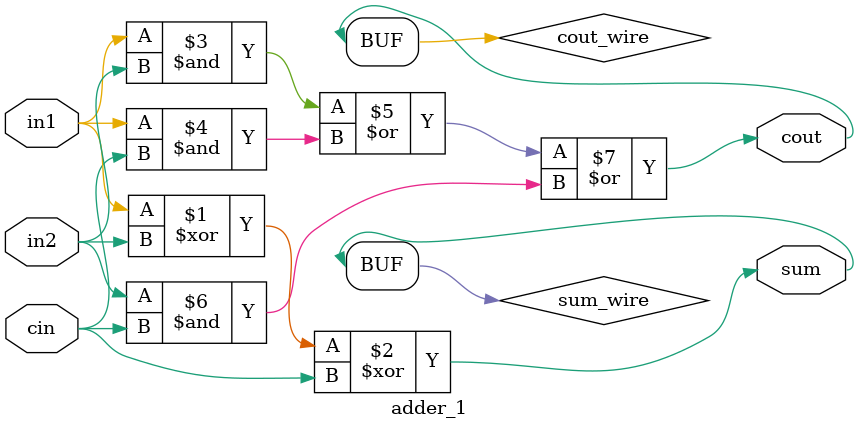
<source format=v>
module adder_64(output [63:0] sum,
                      output cout,
                      input [63:0] in1, in2,
                      input cin);

  wire [63:0] sum_wire;
  wire cout_wire;

  adder_32 adder_32_0(sum_wire[31:0], cout_wire, in1[31:0], in2[31:0], cin);
  adder_32 adder_32_1(sum_wire[63:32], cout, in1[63:32], in2[63:32], cout_wire);

endmodule

//Design a 32-bit adder.
//There are two 32 bit inputs (in1 and in2) and a single carry-in input bit, cin.
//The outputs are a 32 bit value, [31:0] sum, and a single carry-out output bit, cout.
//The module should utilize the inputs (in1 and in2) and the cin bit to obtain the output sum and cout values.
module adder_32(output [31:0] sum,
                      output cout,
                      input [31:0] in1, in2,
                      input cin);

  wire [31:0] sum_wire;
  wire cout_wire;

  adder_16 adder_16_0(sum_wire[15:0], cout_wire, in1[15:0], in2[15:0], cin);
  adder_16 adder_16_1(sum_wire[31:16], cout, in1[31:16], in2[31:16], cout_wire);

endmodule

//Design a 16-bit adder.
//There are two 16 bit inputs (in1 and in2) and a single carry-in input bit, cin.
//The outputs are a 16 bit value, [15:0] sum, and a single carry-out output bit, cout.
//The module should utilize the inputs (in1 and in2) and the cin bit to obtain the output sum and cout values.
module adder_16(output [15:0] sum,
                      output cout,
                      input [15:0] in1, in2,
                      input cin);

  wire [15:0] sum_wire;
  wire cout_wire;

  adder_8 adder_8_0(sum_wire[7:0], cout_wire, in1[7:0], in2[7:0], cin);
  adder_8 adder_8_1(sum_wire[15:8], cout, in1[15:8], in2[15:8], cout_wire);

endmodule

//Design a 8-bit adder.
//There are two 8 bit inputs (in1 and in2) and a single carry-in input bit, cin.
//The outputs are a 8 bit value, [7:0] sum, and a single carry-out output bit, cout.
//The module should utilize the inputs (in1 and in2) and the cin bit to obtain the output sum and cout values.
module adder_8(output [7:0] sum,
                     output cout,
                     input [7:0] in1, in2,
                     input cin);

  wire [7:0] sum_wire;
  wire cout_wire;

  adder_4 adder_4_0(sum_wire[3:0], cout_wire, in1[3:0], in2[3:0], cin);
  adder_4 adder_4_1(sum_wire[7:4], cout, in1[7:4], in2[7:4], cout_wire);

endmodule

//Design a 4-bit adder.
//There are two 4 bit inputs (in1 and in2) and a single carry-in input bit, cin.
//The outputs are a 4 bit value, [3:0] sum, and a single carry-out output bit, cout.
//The module should utilize the inputs (in1 and in2) and the cin bit to obtain the output sum and cout values.
module adder_4(output [3:0] sum,
                     output cout,
                     input [3:0] in1, in2,
                     input cin);

  wire [3:0] sum_wire;
  wire cout_wire;

  adder_2 adder_2_0(sum_wire[1:0], cout_wire, in1[1:0], in2[1:0], cin);
  adder_2 adder_2_1(sum_wire[3:2], cout, in1[3:2], in2[3:2], cout_wire);

endmodule

//Design a 2-bit adder.
//There are two 2 bit inputs (in1 and in2) and a single carry-in input bit, cin.
//The outputs are a 2 bit value, [1:0] sum, and a single carry-out output bit, cout.
//The module should utilize the inputs (in1 and in2) and the cin bit to obtain the output sum and cout values.
module adder_2(output [1:0] sum,
                     output cout,
                     input [1:0] in1, in2,
                     input cin);

  wire [1:0] sum_wire;
  wire cout_wire;

  adder_1 adder_1_0(sum_wire[0], cout_wire, in1[0], in2[0], cin);
  adder_1 adder_1_1(sum_wire[1], cout, in1[1], in2[1], cout_wire);

endmodule

//Design a 1-bit adder.
//There are two 1 bit inputs (in1 and in2) and a single carry-in input bit, cin.
//The outputs are a 1 bit value, [0] sum, and a single carry-out output bit, cout.
//The module should utilize the inputs (in1 and in2) and the cin bit to obtain the output sum and cout values.
module adder_1(output [0:0] sum,
                     output cout,
                     input [0:0] in1, in2,
                     input cin);

  wire [0:0] sum_wire;
  wire cout_wire;

  assign sum_wire[0] = in1[0] ^ in2[0] ^ cin;
  assign cout_wire = (in1[0] & in2[0]) | (in1[0] & cin) | (in2[0] & cin);
  assign sum[0] = sum_wire[0];
  assign cout = cout_wire;

endmodule
</source>
